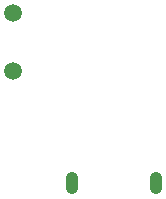
<source format=gbr>
%TF.GenerationSoftware,KiCad,Pcbnew,(6.0.2)*%
%TF.CreationDate,2022-03-11T22:28:15+02:00*%
%TF.ProjectId,project1,70726f6a-6563-4743-912e-6b696361645f,rev?*%
%TF.SameCoordinates,Original*%
%TF.FileFunction,Soldermask,Bot*%
%TF.FilePolarity,Negative*%
%FSLAX46Y46*%
G04 Gerber Fmt 4.6, Leading zero omitted, Abs format (unit mm)*
G04 Created by KiCad (PCBNEW (6.0.2)) date 2022-03-11 22:28:15*
%MOMM*%
%LPD*%
G01*
G04 APERTURE LIST*
%ADD10C,1.500000*%
%ADD11O,1.050000X1.900000*%
G04 APERTURE END LIST*
D10*
%TO.C,Y1*%
X56368400Y-123554400D03*
X56368400Y-118674400D03*
%TD*%
D11*
%TO.C,J1*%
X68528600Y-133057000D03*
X61378600Y-133057000D03*
%TD*%
M02*

</source>
